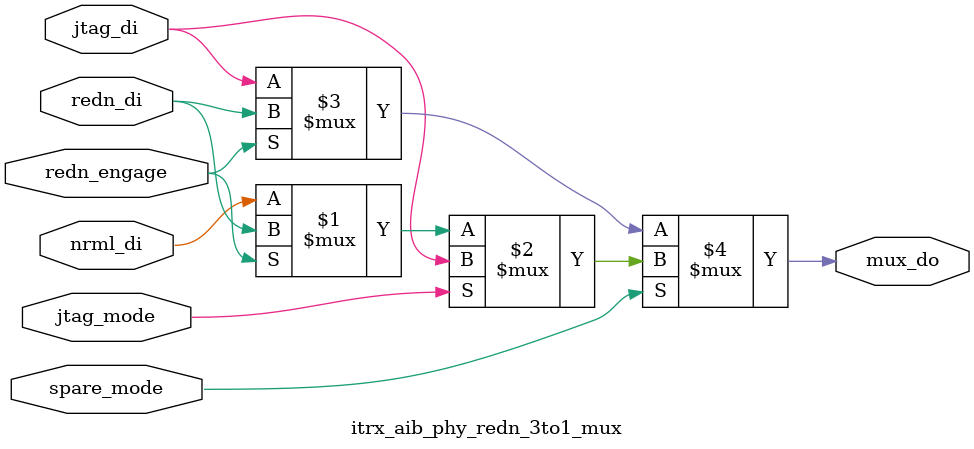
<source format=v>

module itrx_aib_phy_redn_3to1_mux (/*AUTOARG*/
   // Outputs
   mux_do,
   // Inputs
   spare_mode, jtag_mode, redn_engage, jtag_di, nrml_di, redn_di
   );
//lint_checking IOCOMB on

parameter integer DWID = 1;

input             spare_mode;
input             jtag_mode;
input             redn_engage;

//lint: 1 pin bus is OK/expected
//lint_checking ONPNSG off
input  [DWID-1:0] jtag_di;      // from BSR
input  [DWID-1:0] nrml_di;      // from Adapter
input  [DWID-1:0] redn_di;      // from other AIB IO

output [DWID-1:0] mux_do;       // to AIB IO
//lint_checking ONPNSG on

assign mux_do =
  spare_mode ? (jtag_mode ? jtag_di
                          : (redn_engage ? redn_di : nrml_di))
             : (redn_engage ? redn_di : jtag_di);
endmodule

</source>
